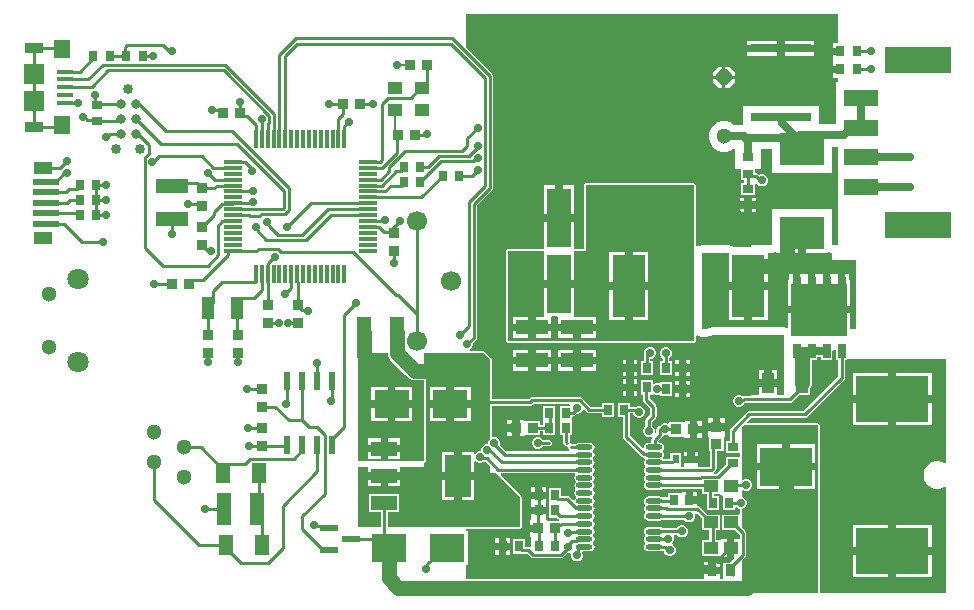
<source format=gtl>
G04*
G04 #@! TF.GenerationSoftware,Altium Limited,Altium Designer,21.5.1 (32)*
G04*
G04 Layer_Physical_Order=1*
G04 Layer_Color=255*
%FSLAX25Y25*%
%MOIN*%
G70*
G04*
G04 #@! TF.SameCoordinates,FA076E1F-1FF3-4579-943B-07A78E15B8C1*
G04*
G04*
G04 #@! TF.FilePolarity,Positive*
G04*
G01*
G75*
%ADD10C,0.01000*%
%ADD13C,0.00800*%
%ADD19R,0.06300X0.01200*%
%ADD20R,0.01200X0.06300*%
%ADD21R,0.03772X0.03591*%
%ADD22R,0.02362X0.03150*%
%ADD23R,0.02985X0.03197*%
%ADD24R,0.07874X0.19685*%
%ADD25R,0.20276X0.02756*%
%ADD26O,0.05512X0.01772*%
%ADD27R,0.09449X0.25433*%
%ADD28R,0.04560X0.03985*%
%ADD29R,0.05118X0.10630*%
%ADD30R,0.02756X0.03543*%
%ADD31R,0.11024X0.20866*%
%ADD32R,0.03543X0.02756*%
%ADD33R,0.11811X0.05512*%
%ADD34R,0.22047X0.08661*%
%ADD35R,0.03150X0.03937*%
%ADD36R,0.03937X0.06693*%
%ADD37R,0.15000X0.11000*%
%ADD38R,0.05118X0.04134*%
%ADD39R,0.04331X0.07480*%
%ADD40R,0.08583X0.02362*%
%ADD41R,0.06221X0.04173*%
%ADD42R,0.03591X0.03772*%
%ADD43R,0.10630X0.05118*%
%ADD44R,0.02362X0.06102*%
%ADD45R,0.04921X0.07087*%
%ADD46R,0.05906X0.02362*%
%ADD47R,0.05400X0.01600*%
%ADD48R,0.05600X0.06300*%
%ADD49R,0.07100X0.07100*%
%ADD50R,0.08700X0.14200*%
%ADD51R,0.08800X0.04800*%
%ADD52R,0.11614X0.09252*%
%ADD53R,0.17323X0.12992*%
%ADD54R,0.24410X0.15354*%
%ADD55R,0.02559X0.04724*%
%ADD56R,0.02756X0.04724*%
%ADD92C,0.03347*%
%ADD96C,0.03150*%
%ADD97R,0.18504X0.17717*%
%ADD98C,0.05000*%
%ADD99C,0.02500*%
%ADD100C,0.06693*%
%ADD101P,0.05540X8X112.5*%
%ADD102C,0.05118*%
%ADD103C,0.07087*%
G04:AMPARAMS|DCode=104|XSize=35.43mil|YSize=62.99mil|CornerRadius=8.86mil|HoleSize=0mil|Usage=FLASHONLY|Rotation=270.000|XOffset=0mil|YOffset=0mil|HoleType=Round|Shape=RoundedRectangle|*
%AMROUNDEDRECTD104*
21,1,0.03543,0.04528,0,0,270.0*
21,1,0.01772,0.06299,0,0,270.0*
1,1,0.01772,-0.02264,-0.00886*
1,1,0.01772,-0.02264,0.00886*
1,1,0.01772,0.02264,0.00886*
1,1,0.01772,0.02264,-0.00886*
%
%ADD104ROUNDEDRECTD104*%
%ADD105C,0.02800*%
G36*
X245000Y197000D02*
X274000Y197000D01*
Y187272D01*
X272366D01*
Y185750D01*
X274744D01*
Y183250D01*
X272366D01*
Y181728D01*
X272366D01*
Y181272D01*
X272366D01*
Y179750D01*
X274744D01*
Y177250D01*
X272366D01*
Y175728D01*
X274000D01*
Y174153D01*
X273287D01*
Y163642D01*
Y160332D01*
X267638D01*
Y166362D01*
X242362D01*
Y159940D01*
X239372D01*
X239106Y160206D01*
X237953Y160872D01*
X236666Y161216D01*
X235334D01*
X234047Y160872D01*
X232894Y160206D01*
X231952Y159264D01*
X231286Y158110D01*
X230941Y156824D01*
Y155491D01*
X231286Y154205D01*
X231952Y153051D01*
X232894Y152109D01*
X234047Y151443D01*
X235334Y151098D01*
X236666D01*
X237953Y151443D01*
X239106Y152109D01*
X239228Y152231D01*
X239728Y152028D01*
Y145378D01*
X241628D01*
Y141766D01*
X242879D01*
Y140734D01*
X241628D01*
Y136778D01*
X246372D01*
Y140352D01*
X246872Y140452D01*
X246907Y140367D01*
X247469Y139804D01*
X248204Y139500D01*
X249000D01*
X249735Y139804D01*
X250298Y140367D01*
X250602Y141102D01*
Y141898D01*
X250298Y142633D01*
X249735Y143195D01*
X249000Y143500D01*
X248204D01*
X247849Y143353D01*
X247542Y143659D01*
X247178Y143902D01*
X246749Y143988D01*
X246372Y144291D01*
Y145378D01*
X248272D01*
Y151875D01*
X252000D01*
Y144049D01*
X272000D01*
Y152767D01*
X274000D01*
Y120000D01*
X272251D01*
X272000Y120050D01*
Y131951D01*
X252000D01*
Y121279D01*
X251957Y120951D01*
Y120050D01*
X251706Y120000D01*
X250606D01*
X245000D01*
Y119232D01*
X239399D01*
X239385Y119253D01*
X238558Y119806D01*
X237583Y120000D01*
X228549D01*
X227573Y119806D01*
X227149Y119523D01*
X226649Y119790D01*
Y120000D01*
Y140000D01*
X226459Y140459D01*
X226000Y140649D01*
X190000D01*
X189541Y140459D01*
X189351Y140000D01*
Y120000D01*
Y118649D01*
X186372D01*
X185937Y118930D01*
Y120000D01*
Y127750D01*
X181000D01*
X176063D01*
Y120000D01*
Y118930D01*
X175628Y118649D01*
X164000D01*
X163541Y118459D01*
X163351Y118000D01*
Y88000D01*
X163541Y87541D01*
X164000Y87351D01*
X226000D01*
X226459Y87541D01*
X226649Y88000D01*
Y89661D01*
X227149Y89928D01*
X227573Y89645D01*
X228549Y89451D01*
X230493D01*
X230740Y89500D01*
X230991D01*
X231223Y89596D01*
X231469Y89645D01*
X231678Y89784D01*
X231909Y89881D01*
X232000Y89941D01*
Y90000D01*
X255965D01*
Y87067D01*
X256000D01*
Y70000D01*
X253760D01*
Y72750D01*
X250791D01*
X247823D01*
Y70000D01*
X245000D01*
Y69622D01*
X242732D01*
X242732Y69622D01*
X242303Y69536D01*
X242297Y69532D01*
X242133Y69696D01*
X241398Y70000D01*
X240602D01*
X239867Y69696D01*
X239672Y69500D01*
D01*
X239304Y69133D01*
X239000Y68398D01*
Y67602D01*
X239304Y66867D01*
X239867Y66304D01*
X240602Y66000D01*
X241398D01*
X242133Y66304D01*
X242695Y66867D01*
X242867Y67281D01*
X243006Y67308D01*
X243111Y67378D01*
X258000D01*
X258000Y67378D01*
X258429Y67464D01*
X258793Y67707D01*
X261140Y70053D01*
X264777D01*
Y72255D01*
X264916Y72437D01*
X265229Y73191D01*
X265335Y74000D01*
Y81683D01*
X267116D01*
Y82759D01*
X268357D01*
Y81683D01*
X272116D01*
Y82000D01*
Y84612D01*
X272123Y84646D01*
X272457Y85000D01*
X273357D01*
Y82000D01*
Y81683D01*
X274115D01*
Y76201D01*
X268462Y70548D01*
X262535Y64622D01*
X244500D01*
X244500Y64622D01*
X244071Y64536D01*
X243707Y64293D01*
X243707Y64293D01*
X238213Y58799D01*
X237970Y58436D01*
X237885Y58007D01*
X237885Y58006D01*
Y54734D01*
X236628D01*
Y50778D01*
X241351D01*
Y49222D01*
X236628D01*
Y46852D01*
X233490Y43714D01*
X232869D01*
X232715Y44184D01*
X232714Y44214D01*
X233293Y44793D01*
X233293Y44793D01*
X233536Y45157D01*
X233622Y45586D01*
Y51152D01*
X235895D01*
Y55976D01*
X235895Y56124D01*
X236250Y56476D01*
X236296D01*
Y58112D01*
X233500D01*
Y59362D01*
D01*
Y58112D01*
X230704D01*
Y56476D01*
X230750D01*
X231104Y56124D01*
X231104Y55976D01*
Y51152D01*
X231379D01*
Y46122D01*
X227240D01*
Y47250D01*
X225059D01*
X222878D01*
Y46122D01*
X222138D01*
X221722Y46325D01*
Y50675D01*
X218160D01*
Y48622D01*
X215981D01*
X215930Y48681D01*
X215759Y49122D01*
X215998Y49479D01*
X216113Y50059D01*
X215998Y50639D01*
X215670Y51130D01*
Y51547D01*
X215998Y52038D01*
X216113Y52618D01*
X215998Y53198D01*
X215670Y53689D01*
X215178Y54018D01*
X214598Y54133D01*
X214233D01*
X214101Y54633D01*
X215449Y55981D01*
X215449Y55981D01*
X215692Y56344D01*
X216035Y56528D01*
X216102Y56500D01*
X216898D01*
X217152Y56605D01*
X217652Y56271D01*
Y56104D01*
X222476D01*
X222624Y56104D01*
X222976Y55750D01*
Y55704D01*
X224612D01*
Y58500D01*
Y61295D01*
X222976D01*
Y61250D01*
X222624Y60896D01*
X222476Y60896D01*
X217652D01*
Y60729D01*
X217152Y60395D01*
X216898Y60500D01*
X216102D01*
X215367Y60195D01*
X214805Y59633D01*
X214800Y59622D01*
X214610D01*
X214610Y59622D01*
X214180Y59536D01*
X213816Y59293D01*
X213573Y58929D01*
X213488Y58500D01*
X213534Y58268D01*
Y57431D01*
X213447Y57374D01*
X213213Y57493D01*
X213000Y57681D01*
Y58398D01*
X212696Y59133D01*
X212133Y59696D01*
X212060Y59726D01*
Y60935D01*
X213293Y62168D01*
X213293Y62168D01*
X213536Y62532D01*
X213622Y62961D01*
X213621Y62961D01*
Y66035D01*
X213622Y66035D01*
X213536Y66465D01*
X213293Y66829D01*
X213293Y66829D01*
X211249Y68872D01*
Y70128D01*
X212234D01*
X212234Y70128D01*
Y70128D01*
X212734Y70208D01*
X213236Y70000D01*
X214032D01*
X214350Y70132D01*
X214766Y69854D01*
Y69628D01*
X218722D01*
Y74372D01*
X214766D01*
Y74146D01*
X214350Y73868D01*
X214032Y74000D01*
X213236D01*
X212734Y73792D01*
X212234Y74082D01*
Y74872D01*
X208278D01*
Y70128D01*
X209006D01*
Y68408D01*
X209006Y68408D01*
X209092Y67978D01*
X209335Y67615D01*
X211379Y65571D01*
Y63426D01*
X210146Y62193D01*
X209903Y61829D01*
X209817Y61400D01*
X209817Y61400D01*
Y59646D01*
X209304Y59133D01*
X209000Y58398D01*
Y57602D01*
X209304Y56867D01*
X209867Y56305D01*
X210602Y56000D01*
X211398D01*
X211735Y56139D01*
X211953Y55930D01*
X212046Y55727D01*
X211850Y55433D01*
X211764Y55004D01*
X211764Y55004D01*
Y54133D01*
X210858D01*
X210279Y54018D01*
X209787Y53689D01*
X209459Y53198D01*
X209343Y52618D01*
X209385Y52408D01*
X208924Y52162D01*
X204574Y56512D01*
Y62628D01*
X204734D01*
Y63878D01*
X205732D01*
Y63870D01*
X206037Y63135D01*
X206599Y62572D01*
X207334Y62268D01*
X208130D01*
X208865Y62572D01*
X209428Y63135D01*
X209732Y63870D01*
Y64666D01*
X209428Y65401D01*
X208865Y65963D01*
X208130Y66268D01*
X207334D01*
X206829Y66059D01*
X206513Y66122D01*
X206513Y66122D01*
X204734D01*
Y67372D01*
X200778D01*
Y62628D01*
X202331D01*
Y56047D01*
X202331Y56047D01*
X202417Y55618D01*
X202660Y55254D01*
X208500Y49414D01*
X208500Y49414D01*
X208864Y49171D01*
X209293Y49085D01*
X209293Y49085D01*
X209337D01*
X209729Y48615D01*
X209702Y48443D01*
X209459Y48080D01*
X209343Y47500D01*
X209459Y46920D01*
X209787Y46429D01*
Y46012D01*
X209459Y45521D01*
X209343Y44941D01*
X209459Y44361D01*
X209702Y43997D01*
X209754Y43661D01*
X209702Y43325D01*
X209459Y42962D01*
X209343Y42382D01*
X209459Y41802D01*
X209787Y41311D01*
Y40894D01*
X209459Y40403D01*
X209343Y39823D01*
X209459Y39243D01*
X209787Y38752D01*
X210279Y38423D01*
X210858Y38308D01*
X214598D01*
X215178Y38423D01*
X215594Y38701D01*
X228864D01*
Y36908D01*
X230379D01*
Y36372D01*
X230266D01*
Y31628D01*
X234222D01*
Y36372D01*
X232622D01*
Y36908D01*
X234624D01*
X234976Y36553D01*
Y36508D01*
X235334D01*
X235778Y36372D01*
Y31628D01*
X239734D01*
Y32278D01*
X240234Y32485D01*
X240414Y32304D01*
X241149Y32000D01*
X241351D01*
Y30503D01*
X241136Y30092D01*
X235376D01*
Y24908D01*
X239762D01*
X241243Y23427D01*
Y21992D01*
X239506D01*
Y19000D01*
Y15636D01*
X239543Y15546D01*
X238160Y14162D01*
X238097Y14069D01*
X235778D01*
Y8931D01*
X235338Y8787D01*
X234622D01*
Y10250D01*
X232047D01*
X229472D01*
Y8787D01*
X150000D01*
Y13374D01*
X150551D01*
Y24626D01*
X150000D01*
Y25351D01*
X168000D01*
X168459Y25541D01*
X168649Y26000D01*
Y36000D01*
X168459Y36459D01*
X161561Y43358D01*
X161752Y43819D01*
X186248D01*
X186299Y43760D01*
X186469Y43319D01*
X186230Y42962D01*
X186115Y42382D01*
X186230Y41802D01*
X186559Y41311D01*
Y40894D01*
X186230Y40403D01*
X186115Y39823D01*
X186230Y39243D01*
X186473Y38879D01*
X186526Y38543D01*
X186473Y38207D01*
X186230Y37843D01*
X186115Y37264D01*
X186230Y36684D01*
X186559Y36193D01*
Y35776D01*
X186230Y35285D01*
X186202Y35143D01*
X185660Y34978D01*
X184616Y36021D01*
X184253Y36265D01*
X183823Y36350D01*
X183823Y36350D01*
X181734D01*
Y38872D01*
X177778D01*
Y34372D01*
X177778Y34128D01*
X177778D01*
Y33872D01*
X177778D01*
Y29128D01*
X180345D01*
X180679Y28794D01*
X180679Y28793D01*
X180884Y28657D01*
X180998Y28166D01*
X180985Y28052D01*
X180828Y27896D01*
X177524D01*
X177376Y27896D01*
X177024Y28250D01*
Y28295D01*
X176784D01*
X176622Y28728D01*
X176622Y28795D01*
Y30250D01*
X174244D01*
X171866D01*
Y28795D01*
X171866Y28728D01*
X171704Y28295D01*
X171252D01*
Y26750D01*
X174138D01*
Y24250D01*
X171252D01*
Y22704D01*
X171704D01*
X171866Y22272D01*
X171866Y22205D01*
Y19447D01*
X171366Y19180D01*
X171240Y19264D01*
X170810Y19350D01*
X170810Y19350D01*
X169734D01*
Y21872D01*
X165778D01*
Y17128D01*
X168526D01*
X168634Y17107D01*
X170346D01*
X171617Y15835D01*
X171617Y15835D01*
X171981Y15592D01*
X172411Y15507D01*
X172411Y15507D01*
X181589D01*
X181589Y15507D01*
X182019Y15592D01*
X182383Y15835D01*
X183823Y17276D01*
X184398D01*
X184667Y17387D01*
X185050Y17005D01*
X185000Y16885D01*
Y16089D01*
X185304Y15354D01*
X185867Y14792D01*
X186602Y14487D01*
X187398D01*
X188133Y14792D01*
X188696Y15354D01*
X189000Y16089D01*
Y16885D01*
X188813Y17335D01*
X189133Y17835D01*
X191370D01*
X191950Y17951D01*
X192441Y18279D01*
X192770Y18771D01*
X192885Y19350D01*
X192770Y19930D01*
X192441Y20422D01*
Y20838D01*
X192770Y21330D01*
X192885Y21910D01*
X192770Y22489D01*
X192527Y22853D01*
X192474Y23189D01*
X192527Y23525D01*
X192770Y23889D01*
X192885Y24468D01*
X192770Y25048D01*
X192441Y25540D01*
Y25956D01*
X192770Y26448D01*
X192885Y27028D01*
X192770Y27607D01*
X192527Y27971D01*
X192474Y28307D01*
X192527Y28643D01*
X192770Y29007D01*
X192885Y29587D01*
X192770Y30166D01*
X192441Y30658D01*
Y31075D01*
X192770Y31566D01*
X192885Y32146D01*
X192770Y32725D01*
X192527Y33089D01*
X192474Y33425D01*
X192527Y33761D01*
X192770Y34125D01*
X192885Y34705D01*
X192770Y35285D01*
X192441Y35776D01*
Y36193D01*
X192770Y36684D01*
X192885Y37264D01*
X192770Y37843D01*
X192527Y38207D01*
X192474Y38543D01*
X192527Y38879D01*
X192770Y39243D01*
X192885Y39823D01*
X192770Y40403D01*
X192441Y40894D01*
Y41311D01*
X192770Y41802D01*
X192885Y42382D01*
X192770Y42962D01*
X192527Y43325D01*
X192474Y43661D01*
X192527Y43997D01*
X192770Y44361D01*
X192885Y44941D01*
X192770Y45521D01*
X192441Y46012D01*
Y46429D01*
X192770Y46920D01*
X192885Y47500D01*
X192770Y48080D01*
X192527Y48443D01*
X192474Y48779D01*
X192527Y49116D01*
X192770Y49479D01*
X192885Y50059D01*
X192770Y50639D01*
X192441Y51130D01*
Y51547D01*
X192770Y52038D01*
X192885Y52618D01*
X192770Y53198D01*
X192441Y53689D01*
X191950Y54018D01*
X191370Y54133D01*
X187630D01*
X187050Y54018D01*
X186634Y53740D01*
X185336D01*
X184877Y54000D01*
X184792Y54429D01*
X184627Y54676D01*
Y56628D01*
X185234D01*
Y61372D01*
X185234D01*
X185234Y61628D01*
X185234D01*
Y62556D01*
X185583Y62878D01*
X186012Y62964D01*
X186376Y63207D01*
X186824Y63656D01*
X187398D01*
X188133Y63960D01*
X188696Y64523D01*
X188895Y65003D01*
X189462Y65143D01*
X190398Y64207D01*
X190398Y64207D01*
X190762Y63964D01*
X191191Y63878D01*
X191191Y63878D01*
X195266D01*
Y62628D01*
X199222D01*
Y67372D01*
X195266D01*
Y66122D01*
X191656D01*
X189777Y68000D01*
X189370Y68408D01*
X188829Y68949D01*
X188465Y69192D01*
X188036Y69277D01*
X188036Y69277D01*
X172089D01*
X171660Y69192D01*
X171296Y68949D01*
X171296Y68949D01*
X170969Y68622D01*
X158649D01*
Y82000D01*
X158459Y82459D01*
X156459Y84459D01*
X156000Y84649D01*
X151358D01*
X151259Y85149D01*
X151633Y85304D01*
X152196Y85867D01*
X152500Y86602D01*
Y87398D01*
X152495Y87409D01*
X153393Y88307D01*
X153393Y88307D01*
X153636Y88671D01*
X153722Y89100D01*
X153722Y89100D01*
Y133135D01*
X158793Y138207D01*
X158793Y138207D01*
X159036Y138571D01*
X159122Y139000D01*
Y176263D01*
X159122Y176263D01*
X159036Y176692D01*
X158793Y177056D01*
X158793Y177056D01*
X150000Y185849D01*
Y197000D01*
X245000D01*
Y197000D01*
D02*
G37*
G36*
X263250Y117451D02*
X270500D01*
Y117465D01*
X270941Y117701D01*
X271024Y117645D01*
X272000Y117451D01*
Y115000D01*
X280000D01*
Y92000D01*
X277969D01*
Y97175D01*
X267717D01*
X257465D01*
Y92535D01*
X257024Y92299D01*
X256940Y92355D01*
X255965Y92549D01*
X232000D01*
X231025Y92355D01*
X230493Y92000D01*
X228549D01*
Y117451D01*
X237583D01*
Y107549D01*
X244094D01*
X250606D01*
Y117451D01*
X251957D01*
X252932Y117645D01*
X253059Y117730D01*
X253500Y117494D01*
Y117451D01*
X260750D01*
Y123951D01*
X263250D01*
Y117451D01*
D02*
G37*
G36*
X226000Y117451D02*
Y92000D01*
Y88000D01*
X164000D01*
Y118000D01*
X175628D01*
X176063Y117842D01*
X176063Y117500D01*
Y108250D01*
X181000D01*
X185937D01*
Y117500D01*
X185937Y117842D01*
X186372Y118000D01*
X190000D01*
Y140000D01*
X226000D01*
Y117451D01*
D02*
G37*
G36*
X184804Y66534D02*
X184713Y66372D01*
X181278D01*
Y61628D01*
X181278D01*
X181278Y61372D01*
X181278D01*
Y56628D01*
X182384D01*
Y54250D01*
X182384Y54250D01*
X182470Y53821D01*
X182713Y53457D01*
X182963Y53207D01*
X183327Y52964D01*
X183513Y52927D01*
X183906Y52618D01*
X183991Y52189D01*
X184234Y51825D01*
X184451Y51681D01*
X184299Y51181D01*
X163406D01*
X161349Y53237D01*
X161500Y53602D01*
Y54398D01*
X161196Y55133D01*
X160633Y55695D01*
X159898Y56000D01*
X159102D01*
X159065Y55985D01*
X158649Y56262D01*
Y66378D01*
X171433D01*
X171433Y66378D01*
X171863Y66464D01*
X172227Y66707D01*
X172554Y67034D01*
X184512D01*
X184804Y66534D01*
D02*
G37*
G36*
X310000Y47441D02*
X309500Y47153D01*
X308838Y47535D01*
X307684Y47844D01*
X306489D01*
X305335Y47535D01*
X304301Y46938D01*
X303456Y46093D01*
X302859Y45058D01*
X302550Y43904D01*
Y42710D01*
X302859Y41556D01*
X303456Y40521D01*
X304301Y39677D01*
X305335Y39079D01*
X306489Y38770D01*
X307684D01*
X308838Y39079D01*
X309500Y39462D01*
X310000Y39173D01*
Y4000D01*
X268000D01*
Y60000D01*
X267810Y60459D01*
X267351Y60649D01*
X243889D01*
X243698Y61111D01*
X244965Y62378D01*
X263000D01*
X263000Y62378D01*
X263429Y62464D01*
X263793Y62707D01*
X268537Y67451D01*
X271140Y70053D01*
X274538Y73452D01*
X276029Y74943D01*
X276029Y74943D01*
X276272Y75307D01*
X276358Y75736D01*
Y81683D01*
X277116D01*
Y82000D01*
X310000D01*
Y47441D01*
D02*
G37*
G36*
X158000Y82000D02*
Y55328D01*
X157805Y55133D01*
X157500Y54398D01*
Y54058D01*
X157494Y53602D01*
X157038Y53596D01*
X156698D01*
X155963Y53291D01*
X155400Y52729D01*
X155096Y51994D01*
Y51654D01*
X155090Y51198D01*
X154634Y51192D01*
X154294D01*
X153559Y50887D01*
X153150Y50478D01*
X152650Y50686D01*
Y51100D01*
X148550D01*
Y44250D01*
X152650D01*
Y47698D01*
X153150Y47905D01*
X153559Y47496D01*
X154294Y47192D01*
X155089D01*
X155825Y47496D01*
X156088Y47759D01*
X156416D01*
X158000Y46176D01*
Y44000D01*
X160000D01*
X168000Y36000D01*
Y26000D01*
X123922D01*
Y30900D01*
X127800D01*
Y36900D01*
X117800D01*
Y30900D01*
X121678D01*
Y26000D01*
X114000D01*
Y46000D01*
X117400D01*
Y44250D01*
X122800D01*
X128200D01*
Y46000D01*
X136000D01*
Y47351D01*
X136459Y47541D01*
X136649Y48000D01*
Y74973D01*
X136569Y75166D01*
X136515Y75368D01*
X136476Y75391D01*
X136459Y75432D01*
X136266Y75512D01*
X136259Y75516D01*
X136195Y75580D01*
X136000Y75661D01*
Y84000D01*
X156000D01*
X158000Y82000D01*
D02*
G37*
G36*
X123944Y83929D02*
X123997Y83525D01*
X124051Y83120D01*
X124363Y82366D01*
X124860Y81718D01*
X130789Y75789D01*
X131437Y75292D01*
X132191Y74980D01*
X133000Y74873D01*
X133000Y74873D01*
X135988D01*
X136000Y74844D01*
Y48129D01*
X135962Y48038D01*
X135871Y48000D01*
X114000D01*
Y84000D01*
X123452D01*
X123944Y83929D01*
D02*
G37*
G36*
X267351Y4000D02*
X242000D01*
Y14830D01*
X243157Y15988D01*
X243157Y15988D01*
X243401Y16351D01*
X243486Y16781D01*
Y23891D01*
X243486Y23892D01*
X243401Y24321D01*
X243157Y24685D01*
X242000Y25842D01*
Y32023D01*
X242680Y32304D01*
X243243Y32867D01*
X243547Y33602D01*
Y34398D01*
X243243Y35133D01*
X242680Y35695D01*
X242000Y35977D01*
Y38018D01*
X242500Y38249D01*
X243102Y38000D01*
X243898D01*
X244633Y38304D01*
X245196Y38867D01*
X245500Y39602D01*
Y40398D01*
X245196Y41133D01*
X244633Y41695D01*
X243898Y42000D01*
X243102D01*
X242500Y41751D01*
X242000Y41982D01*
Y59414D01*
X242586Y60000D01*
X267351D01*
Y4000D01*
D02*
G37*
%LPC*%
G36*
X266138Y187894D02*
X256250D01*
Y186766D01*
X266138D01*
Y187894D01*
D02*
G37*
G36*
X253750D02*
X243862D01*
Y186766D01*
X253750D01*
Y187894D01*
D02*
G37*
G36*
X266138Y184266D02*
X256250D01*
Y183138D01*
X266138D01*
Y184266D01*
D02*
G37*
G36*
X253750D02*
X243862D01*
Y183138D01*
X253750D01*
Y184266D01*
D02*
G37*
G36*
X237779Y179402D02*
X236500D01*
Y176342D01*
X239559D01*
Y177622D01*
X237779Y179402D01*
D02*
G37*
G36*
X235500D02*
X234221D01*
X232441Y177622D01*
Y176342D01*
X235500D01*
Y179402D01*
D02*
G37*
G36*
X239559Y175343D02*
X236500D01*
Y172283D01*
X237779D01*
X239559Y174063D01*
Y175343D01*
D02*
G37*
G36*
X235500D02*
X232441D01*
Y174063D01*
X234221Y172283D01*
X235500D01*
Y175343D01*
D02*
G37*
G36*
X246772Y135622D02*
X245250D01*
Y134494D01*
X246772D01*
Y135622D01*
D02*
G37*
G36*
X242750D02*
X241228D01*
Y134494D01*
X242750D01*
Y135622D01*
D02*
G37*
G36*
X246772Y131994D02*
X245250D01*
Y130866D01*
X246772D01*
Y131994D01*
D02*
G37*
G36*
X242750D02*
X241228D01*
Y130866D01*
X242750D01*
Y131994D01*
D02*
G37*
G36*
X185937Y139842D02*
X182250D01*
Y130250D01*
X185937D01*
Y139842D01*
D02*
G37*
G36*
X179750D02*
X176063D01*
Y130250D01*
X179750D01*
Y139842D01*
D02*
G37*
G36*
X193315Y85047D02*
X188250D01*
Y82738D01*
X193315D01*
Y85047D01*
D02*
G37*
G36*
X178315D02*
X173250D01*
Y82738D01*
X178315D01*
Y83486D01*
Y85047D01*
D02*
G37*
G36*
X185750D02*
X180685D01*
Y82738D01*
X185750D01*
Y83391D01*
Y85047D01*
D02*
G37*
G36*
X170750D02*
X165685D01*
Y82738D01*
X170750D01*
Y85047D01*
D02*
G37*
G36*
X207122Y81772D02*
X205994D01*
Y80250D01*
X207122D01*
Y81772D01*
D02*
G37*
G36*
X224634D02*
X223506D01*
Y80250D01*
X224634D01*
Y81772D01*
D02*
G37*
G36*
X221006D02*
X219878D01*
Y80250D01*
X221006D01*
Y81772D01*
D02*
G37*
G36*
X203494D02*
X202366D01*
Y80250D01*
X203494D01*
Y81772D01*
D02*
G37*
G36*
X193315Y80238D02*
X188250D01*
Y77929D01*
X193315D01*
Y80238D01*
D02*
G37*
G36*
X185750D02*
X180685D01*
Y77929D01*
X185750D01*
Y80238D01*
D02*
G37*
G36*
X178315D02*
X173250D01*
Y77929D01*
X178315D01*
Y80238D01*
D02*
G37*
G36*
X170750D02*
X165685D01*
Y77929D01*
X170750D01*
Y80238D01*
D02*
G37*
G36*
X217073Y85825D02*
X216278D01*
X215543Y85520D01*
X214980Y84957D01*
X214675Y84222D01*
Y83427D01*
X214980Y82692D01*
X215543Y82129D01*
X215588Y82110D01*
Y81372D01*
X214766D01*
Y76628D01*
X218722D01*
Y81372D01*
X217831D01*
Y82152D01*
X218371Y82692D01*
X218675Y83427D01*
Y84222D01*
X218371Y84957D01*
X217808Y85520D01*
X217073Y85825D01*
D02*
G37*
G36*
X211898Y86013D02*
X211102D01*
X210367Y85708D01*
X209805Y85146D01*
X209500Y84411D01*
Y84057D01*
X209342Y83820D01*
X209256Y83391D01*
Y81372D01*
X208278D01*
Y76628D01*
X212234D01*
Y81372D01*
X211500D01*
Y82013D01*
X211898D01*
X212633Y82317D01*
X213195Y82880D01*
X213500Y83615D01*
Y84411D01*
X213195Y85146D01*
X212633Y85708D01*
X211898Y86013D01*
D02*
G37*
G36*
X224634Y77750D02*
X223506D01*
Y76228D01*
X224634D01*
Y77750D01*
D02*
G37*
G36*
X221006D02*
X219878D01*
Y76228D01*
X221006D01*
Y77750D01*
D02*
G37*
G36*
X207122D02*
X205994D01*
Y76228D01*
X207122D01*
Y77750D01*
D02*
G37*
G36*
X203494D02*
X202366D01*
Y76228D01*
X203494D01*
Y77750D01*
D02*
G37*
G36*
X253760Y78347D02*
X252041D01*
Y75250D01*
X253760D01*
Y78347D01*
D02*
G37*
G36*
X249541D02*
X247823D01*
Y75250D01*
X249541D01*
Y78347D01*
D02*
G37*
G36*
X207122Y75272D02*
X205994D01*
Y73750D01*
X207122D01*
Y75272D01*
D02*
G37*
G36*
X203494D02*
X202366D01*
Y73750D01*
X203494D01*
Y75272D01*
D02*
G37*
G36*
X224634Y74772D02*
X223506D01*
Y73250D01*
X224634D01*
Y74772D01*
D02*
G37*
G36*
X221006D02*
X219878D01*
Y73250D01*
X221006D01*
Y74772D01*
D02*
G37*
G36*
X207122Y71250D02*
X205994D01*
Y69728D01*
X207122D01*
Y71250D01*
D02*
G37*
G36*
X203494D02*
X202366D01*
Y69728D01*
X203494D01*
Y71250D01*
D02*
G37*
G36*
X224634Y70750D02*
X223506D01*
Y69228D01*
X224634D01*
Y70750D01*
D02*
G37*
G36*
X221006D02*
X219878D01*
Y69228D01*
X221006D01*
Y70750D01*
D02*
G37*
G36*
X236296Y62248D02*
X234750D01*
Y60612D01*
X236296D01*
Y62248D01*
D02*
G37*
G36*
X232250D02*
X230704D01*
Y60612D01*
X232250D01*
Y62248D01*
D02*
G37*
G36*
X228748Y61295D02*
X227112D01*
Y59750D01*
X228748D01*
Y61295D01*
D02*
G37*
G36*
Y57250D02*
X227112D01*
Y55704D01*
X228748D01*
Y57250D01*
D02*
G37*
G36*
X227240Y51075D02*
X226309D01*
Y49750D01*
X227240D01*
Y51075D01*
D02*
G37*
G36*
X223809D02*
X222878D01*
Y49750D01*
X223809D01*
Y51075D01*
D02*
G37*
G36*
X176622Y39272D02*
X175494D01*
Y37750D01*
X176622D01*
Y39272D01*
D02*
G37*
G36*
X172994D02*
X171866D01*
Y37750D01*
X172994D01*
Y39272D01*
D02*
G37*
G36*
X226961Y37599D02*
X225718D01*
Y36250D01*
X226961D01*
Y37599D01*
D02*
G37*
G36*
X223218D02*
X221976D01*
Y37553D01*
X221624Y37199D01*
X217439D01*
Y35826D01*
X215594D01*
X215178Y36104D01*
X214598Y36220D01*
X210858D01*
X210279Y36104D01*
X209787Y35776D01*
X209459Y35285D01*
X209343Y34705D01*
X209459Y34125D01*
X209702Y33761D01*
X209754Y33425D01*
X209702Y33089D01*
X209459Y32725D01*
X209343Y32146D01*
X209459Y31566D01*
X209787Y31075D01*
Y30658D01*
X209459Y30166D01*
X209343Y29587D01*
X209459Y29007D01*
X209787Y28515D01*
X210279Y28187D01*
X210858Y28072D01*
X214598D01*
X215178Y28187D01*
X215594Y28465D01*
X220611D01*
X220613Y28464D01*
X221042Y28378D01*
X221042Y28378D01*
X222800D01*
X222804Y28367D01*
X223367Y27804D01*
X224102Y27500D01*
X224898D01*
X225633Y27804D01*
X226196Y28367D01*
X226500Y29102D01*
Y29898D01*
X226443Y30036D01*
X226759Y30573D01*
X227022Y30604D01*
X228864Y28762D01*
Y24908D01*
X231123D01*
Y21592D01*
X228864D01*
Y16408D01*
X234476D01*
X234624Y16408D01*
X234976Y16053D01*
Y16008D01*
X237006D01*
Y19000D01*
Y21992D01*
X234976D01*
Y21947D01*
X234624Y21592D01*
X234476Y21592D01*
X233366D01*
Y24908D01*
X234624D01*
Y30092D01*
X230706D01*
X228006Y32793D01*
X227642Y33036D01*
X227213Y33122D01*
X226961Y33509D01*
Y33750D01*
X224468D01*
Y35000D01*
X223218D01*
Y37599D01*
D02*
G37*
G36*
X176622Y35250D02*
X174244D01*
X171866D01*
Y33728D01*
Y32750D01*
X174244D01*
X176622D01*
Y33728D01*
Y35250D01*
D02*
G37*
G36*
X222398Y26500D02*
X221602D01*
X220867Y26195D01*
X220304Y25633D01*
X220300Y25622D01*
X215547D01*
X215178Y25868D01*
X214598Y25983D01*
X210858D01*
X210279Y25868D01*
X209787Y25540D01*
X209459Y25048D01*
X209343Y24468D01*
X209459Y23889D01*
X209702Y23525D01*
X209754Y23189D01*
X209702Y22853D01*
X209459Y22489D01*
X209343Y21910D01*
X209459Y21330D01*
X209787Y20838D01*
Y20422D01*
X209459Y19930D01*
X209343Y19350D01*
X209459Y18771D01*
X209787Y18279D01*
X210279Y17951D01*
X210858Y17835D01*
X214598D01*
X215178Y17951D01*
X215373Y18081D01*
X215889D01*
Y17803D01*
X216193Y17068D01*
X216756Y16505D01*
X217491Y16201D01*
X218286D01*
X219021Y16505D01*
X219584Y17068D01*
X219888Y17803D01*
Y18598D01*
X219584Y19333D01*
X219021Y19896D01*
X218958Y19922D01*
X218841Y20512D01*
X219150Y20822D01*
X219455Y21557D01*
Y22353D01*
X219237Y22878D01*
X219513Y23379D01*
X220300D01*
X220304Y23367D01*
X220867Y22805D01*
X221602Y22500D01*
X222398D01*
X223133Y22805D01*
X223695Y23367D01*
X224000Y24102D01*
Y24898D01*
X223695Y25633D01*
X223133Y26195D01*
X222398Y26500D01*
D02*
G37*
G36*
X164622Y22272D02*
X163494D01*
Y20750D01*
X164622D01*
Y22272D01*
D02*
G37*
G36*
X160994D02*
X159866D01*
Y20750D01*
X160994D01*
Y22272D01*
D02*
G37*
G36*
X164622Y18250D02*
X163494D01*
Y16728D01*
X164622D01*
Y18250D01*
D02*
G37*
G36*
X160994D02*
X159866D01*
Y16728D01*
X160994D01*
Y18250D01*
D02*
G37*
G36*
X234622Y14469D02*
X233297D01*
Y12750D01*
X234622D01*
Y14469D01*
D02*
G37*
G36*
X230797D02*
X229472D01*
Y12750D01*
X230797D01*
Y14469D01*
D02*
G37*
G36*
X272614Y110252D02*
Y110252D01*
X271486D01*
Y106890D01*
X268986D01*
Y110252D01*
X267858D01*
Y110252D01*
X267614D01*
Y110252D01*
X266486D01*
Y106890D01*
X263986D01*
Y110252D01*
X262858D01*
Y110252D01*
X262614D01*
Y110252D01*
X261486D01*
Y106890D01*
X258986D01*
Y110252D01*
X257858D01*
Y108283D01*
X257465D01*
Y99675D01*
X267717D01*
X277969D01*
Y108283D01*
X277614D01*
Y110252D01*
X276486D01*
Y106890D01*
X273986D01*
Y110252D01*
X272858D01*
Y110252D01*
X272614D01*
D02*
G37*
G36*
X250606Y105049D02*
X245344D01*
Y94866D01*
X250606D01*
Y105049D01*
D02*
G37*
G36*
X242845D02*
X237583D01*
Y94866D01*
X242845D01*
Y105049D01*
D02*
G37*
G36*
X210842Y117732D02*
X205581D01*
Y107549D01*
X210842D01*
Y117732D01*
D02*
G37*
G36*
X203081D02*
X197819D01*
Y107549D01*
X203081D01*
Y117732D01*
D02*
G37*
G36*
X210842Y105049D02*
X205581D01*
Y94866D01*
X210842D01*
Y105049D01*
D02*
G37*
G36*
X203081D02*
X197819D01*
Y94866D01*
X203081D01*
Y105049D01*
D02*
G37*
G36*
X185937Y105750D02*
X181000D01*
X176063D01*
Y96571D01*
X176063Y96157D01*
X175599Y96071D01*
X173250D01*
Y93762D01*
X178315D01*
Y96071D01*
X178779Y96157D01*
X180221D01*
X180685Y96071D01*
X180685Y95657D01*
Y93762D01*
X187000D01*
X193315D01*
Y96071D01*
X186401D01*
X185937Y96157D01*
X185937Y96571D01*
Y105750D01*
D02*
G37*
G36*
X170750Y96071D02*
X165685D01*
Y93762D01*
X170750D01*
Y96071D01*
D02*
G37*
G36*
X193315Y91262D02*
X188250D01*
Y88953D01*
X193315D01*
Y91262D01*
D02*
G37*
G36*
X185750D02*
X180685D01*
Y88953D01*
X185750D01*
Y91262D01*
D02*
G37*
G36*
X178315D02*
X173250D01*
Y88953D01*
X178315D01*
Y91262D01*
D02*
G37*
G36*
X170750D02*
X165685D01*
Y88953D01*
X170750D01*
Y91262D01*
D02*
G37*
G36*
X165388Y61796D02*
X163752D01*
Y60250D01*
X165388D01*
Y61796D01*
D02*
G37*
G36*
X179722Y66372D02*
X175766D01*
Y61628D01*
X175766D01*
X175766Y61372D01*
X175766D01*
Y60122D01*
X174848D01*
Y61396D01*
X170024D01*
X169876Y61396D01*
X169524Y61750D01*
Y61796D01*
X167888D01*
Y59000D01*
Y56204D01*
X169524D01*
Y56250D01*
X169876Y56604D01*
X170024Y56604D01*
X174848D01*
Y57878D01*
X175766D01*
Y56628D01*
X177632D01*
X177687Y56592D01*
X178116Y56506D01*
X178545Y56592D01*
X178600Y56628D01*
X179722D01*
Y61372D01*
X179722D01*
X179722Y61628D01*
X179722D01*
Y66372D01*
D02*
G37*
G36*
X165388Y57750D02*
X163752D01*
Y56204D01*
X165388D01*
Y57750D01*
D02*
G37*
G36*
X174398Y56000D02*
X173602D01*
X172867Y55695D01*
X172304Y55133D01*
X172000Y54398D01*
Y53602D01*
X172304Y52867D01*
X172867Y52305D01*
X173602Y52000D01*
X174398D01*
X175133Y52305D01*
X175696Y52867D01*
X175700Y52878D01*
X177744D01*
X178173Y52964D01*
X178537Y53207D01*
X178780Y53571D01*
X178866Y54000D01*
X178780Y54429D01*
X178537Y54793D01*
X178173Y55036D01*
X177744Y55122D01*
X175700D01*
X175696Y55133D01*
X175133Y55695D01*
X174398Y56000D01*
D02*
G37*
G36*
X305331Y77378D02*
X293376D01*
Y69951D01*
X305331D01*
Y77378D01*
D02*
G37*
G36*
X290876D02*
X278921D01*
Y69951D01*
X290876D01*
Y77378D01*
D02*
G37*
G36*
X305331Y67451D02*
X293376D01*
Y60024D01*
X305331D01*
Y67451D01*
D02*
G37*
G36*
X290876D02*
X278921D01*
Y60024D01*
X290876D01*
Y67451D01*
D02*
G37*
G36*
X305331Y26591D02*
X293376D01*
Y19163D01*
X305331D01*
Y26591D01*
D02*
G37*
G36*
X290876D02*
X278921D01*
Y19163D01*
X290876D01*
Y26591D01*
D02*
G37*
G36*
X305331Y16663D02*
X293376D01*
Y9236D01*
X305331D01*
Y16663D01*
D02*
G37*
G36*
X290876D02*
X278921D01*
Y9236D01*
X290876D01*
Y16663D01*
D02*
G37*
G36*
X151551Y72626D02*
X145994D01*
Y68250D01*
X151551D01*
Y72626D01*
D02*
G37*
G36*
X143494D02*
X137937D01*
Y68250D01*
X143494D01*
Y72626D01*
D02*
G37*
G36*
X151551Y65750D02*
X145994D01*
Y61374D01*
X151551D01*
Y65750D01*
D02*
G37*
G36*
X143494D02*
X137937D01*
Y61374D01*
X143494D01*
Y65750D01*
D02*
G37*
G36*
X146050Y51100D02*
X141950D01*
Y44250D01*
X146050D01*
Y51100D01*
D02*
G37*
G36*
X128200Y41750D02*
X124050D01*
Y39600D01*
X128200D01*
Y41750D01*
D02*
G37*
G36*
X121550D02*
X117400D01*
Y39600D01*
X121550D01*
Y41750D01*
D02*
G37*
G36*
X152650D02*
X148550D01*
Y34900D01*
X152650D01*
Y41750D01*
D02*
G37*
G36*
X146050D02*
X141950D01*
Y34900D01*
X146050D01*
Y41750D01*
D02*
G37*
G36*
X132063Y72626D02*
X126506D01*
Y68250D01*
X132063D01*
Y72626D01*
D02*
G37*
G36*
X124006D02*
X118449D01*
Y68250D01*
X124006D01*
Y72626D01*
D02*
G37*
G36*
X132063Y65750D02*
X126506D01*
Y61374D01*
X132063D01*
Y65750D01*
D02*
G37*
G36*
X124006D02*
X118449D01*
Y61374D01*
X124006D01*
Y65750D01*
D02*
G37*
G36*
X128200Y55500D02*
X124050D01*
Y53350D01*
X128200D01*
Y55500D01*
D02*
G37*
G36*
X121550D02*
X117400D01*
Y53350D01*
X121550D01*
Y55500D01*
D02*
G37*
G36*
X128200Y50850D02*
X124050D01*
Y48700D01*
X128200D01*
Y50850D01*
D02*
G37*
G36*
X121550D02*
X117400D01*
Y48700D01*
X121550D01*
Y50850D01*
D02*
G37*
G36*
X266354Y53559D02*
X257943D01*
Y47313D01*
X266354D01*
Y53559D01*
D02*
G37*
G36*
X255443D02*
X247031D01*
Y47313D01*
X255443D01*
Y53559D01*
D02*
G37*
G36*
X266354Y44813D02*
X257943D01*
Y38567D01*
X266354D01*
Y44813D01*
D02*
G37*
G36*
X255443D02*
X247031D01*
Y38567D01*
X255443D01*
Y44813D01*
D02*
G37*
%LPD*%
D10*
X80397Y118077D02*
X80820Y118500D01*
X70819Y116580D02*
Y117994D01*
X70902Y118077D01*
X59158Y108296D02*
X62534D01*
X70819Y116580D01*
X70902Y118077D02*
X80397D01*
X80820Y118500D02*
X87536D01*
X46000Y107000D02*
X52138D01*
X57862D02*
X59158Y108296D01*
X62000Y120047D02*
X64047Y118000D01*
X67500Y116500D02*
Y126475D01*
X68862Y127837D01*
X64000Y113000D02*
X67500Y116500D01*
X64047Y118000D02*
X65000D01*
X49000Y113000D02*
X64000D01*
X65665Y104665D02*
X68767Y107767D01*
X65665Y100665D02*
Y104665D01*
X64000Y89862D02*
Y99000D01*
X68767Y107767D02*
X79876D01*
X64000Y99000D02*
X65665Y100665D01*
X127442Y103180D02*
X133622Y97000D01*
Y128000D01*
Y88000D02*
Y97000D01*
X135102Y135858D02*
X142244Y143000D01*
X117240Y135858D02*
X135102D01*
X148634Y143000D02*
X151900D01*
X153900Y145000D01*
X148634Y143000D02*
Y143366D01*
X148000Y144000D02*
X148634Y143366D01*
X141756Y148000D02*
X152414D01*
X150964Y149600D02*
X153900Y152535D01*
X134756Y146000D02*
X137493D01*
X124519Y145980D02*
X129739Y151200D01*
X153414Y149000D02*
X153900D01*
X134756Y141000D02*
X141756Y148000D01*
X148700Y151200D02*
X150500Y153000D01*
X152414Y148000D02*
X153414Y149000D01*
X141093Y149600D02*
X150964D01*
X129739Y151200D02*
X148700D01*
X137493Y146000D02*
X141093Y149600D01*
X152600Y133600D02*
X158000Y139000D01*
X150500Y87000D02*
X152600Y89100D01*
Y133600D01*
X148000Y90000D02*
X151000Y93000D01*
Y134263D01*
X156400Y139663D01*
X158000Y139000D02*
Y176263D01*
X126065Y114065D02*
Y118073D01*
X126000Y118138D02*
X126065Y118073D01*
X126000Y114000D02*
X126065Y114065D01*
X229500Y58500D02*
X232638D01*
X225862D02*
X229500D01*
X224362D02*
X225862D01*
X174047Y31500D02*
X174244Y31697D01*
X122563Y124437D02*
X124705D01*
X124976Y124976D02*
X128000Y128000D01*
X124976Y124709D02*
Y124976D01*
X124705Y124437D02*
X124976Y124709D01*
X121132Y125868D02*
X122563Y124437D01*
X119132Y125868D02*
X121132D01*
X117340D02*
X119132D01*
X121918Y127937D02*
X122450Y128469D01*
X122937D01*
X117240Y125969D02*
X117340Y125868D01*
X117240Y127937D02*
X121918D01*
X244878Y142866D02*
X246749D01*
X248115Y141500D02*
X248602D01*
X244000Y143744D02*
X244878Y142866D01*
X246749D02*
X248115Y141500D01*
X244000Y138756D02*
Y143744D01*
X236500Y135500D02*
Y149256D01*
Y135500D02*
X244000Y128000D01*
X236000Y155256D02*
Y156158D01*
X150500Y153000D02*
Y155600D01*
X153900Y152535D02*
Y153000D01*
X150500Y155600D02*
X153900Y159000D01*
X145000Y187000D02*
X156400Y175600D01*
Y139663D02*
Y175600D01*
X145294Y188969D02*
X158000Y176263D01*
X155000Y67500D02*
X171433D01*
X172089Y68156D01*
X188036D01*
X93525Y188969D02*
X145294D01*
X87850Y155358D02*
Y183294D01*
X93525Y188969D01*
X210939Y58061D02*
Y61400D01*
X212500Y62961D01*
X210939Y58061D02*
X211000Y58000D01*
X208479Y37239D02*
X212704D01*
X208454Y37214D02*
X208479Y37239D01*
X211013Y84013D02*
X211500D01*
X210391Y83391D02*
X211013Y84013D01*
X210378Y83391D02*
X210391D01*
X174244Y36500D02*
Y40744D01*
Y31697D02*
Y36500D01*
Y40744D02*
X174500Y41000D01*
X188036Y68156D02*
X191191Y65000D01*
X185583Y64000D02*
X187000Y65417D01*
Y65656D01*
X210256Y79000D02*
X210378Y79122D01*
Y83391D01*
X204500Y82500D02*
X204622Y82378D01*
Y79122D02*
X204744Y79000D01*
X204622Y79122D02*
Y82378D01*
X207245Y64268D02*
X207732D01*
X203453Y65000D02*
X206513D01*
X203000D02*
X203453D01*
X206513D02*
X207245Y64268D01*
X183256Y64000D02*
X185583D01*
X191191Y65000D02*
X197680D01*
X174000Y54000D02*
X177744D01*
X162941Y50059D02*
X189500D01*
X159500Y53500D02*
X162941Y50059D01*
X161881Y47500D02*
X189500D01*
X157785Y51596D02*
X161881Y47500D01*
X216399Y19203D02*
X217401Y18201D01*
X217888D01*
X212728Y27028D02*
X218100D01*
X212886Y52975D02*
Y55004D01*
X214656Y56774D02*
Y58454D01*
X214610Y58500D02*
X218638D01*
X212886Y55004D02*
X214656Y56774D01*
X214610Y58500D02*
X214656Y58454D01*
X95414Y61500D02*
X95500Y61586D01*
Y74630D01*
X90250Y67250D02*
Y74380D01*
X90500Y74630D01*
X90000Y67000D02*
X90250Y67250D01*
X105250Y68250D02*
Y74380D01*
X105000Y68000D02*
X105250Y68250D01*
Y74380D02*
X105500Y74630D01*
X187000Y16974D02*
X187482Y17456D01*
Y18994D01*
X187839Y19350D02*
X189500D01*
X187000Y16487D02*
Y16974D01*
X187482Y18994D02*
X187839Y19350D01*
X94000Y99862D02*
Y107623D01*
Y99772D02*
Y99862D01*
X202756Y65000D02*
X203000D01*
X203453Y64547D01*
X210128Y68408D02*
X212500Y66035D01*
Y62961D02*
Y66035D01*
X210128Y68408D02*
Y72372D01*
X186672Y21336D02*
X186848D01*
X186658Y21323D02*
X186672Y21336D01*
X184344Y20441D02*
X185226Y21323D01*
X184000Y19276D02*
X184344Y19620D01*
X185226Y21323D02*
X186658D01*
X184344Y19620D02*
Y20441D01*
X186848Y21336D02*
X187421Y21910D01*
X189500D01*
X184000Y24000D02*
X184321Y24321D01*
X189352D01*
X189500Y24468D01*
X184000Y19039D02*
Y19276D01*
X181589Y16628D02*
X184000Y19039D01*
X172411Y16628D02*
X181589D01*
X168634Y18228D02*
X170810D01*
X172411Y16628D01*
X242577Y68344D02*
X242732Y68500D01*
X241344Y68344D02*
X242577D01*
X242732Y68500D02*
X258000D01*
X160821Y44941D02*
X189500D01*
X221042Y29500D02*
X224500D01*
X212704Y37239D02*
X212728Y37264D01*
X157096Y51596D02*
X157785D01*
X156881Y48881D02*
X160821Y44941D01*
X220956Y29587D02*
X221042Y29500D01*
X212581Y31998D02*
X212728Y32146D01*
X212876Y19203D02*
X216399D01*
X212728Y19350D02*
X212876Y19203D01*
X212760Y24500D02*
X222000D01*
X212728Y21910D02*
X212751Y21932D01*
X154692Y49192D02*
X155002Y48881D01*
X212751Y21932D02*
X217432D01*
X212728Y29587D02*
X220956D01*
X217432Y21932D02*
X217455Y21955D01*
X212728Y24468D02*
X212760Y24500D01*
X155002Y48881D02*
X156881D01*
X159500Y53500D02*
Y54000D01*
X185028Y52618D02*
X189500D01*
X203453Y56047D02*
Y64547D01*
X124519Y144650D02*
Y145980D01*
X117240Y141758D02*
X121627D01*
X121934Y145658D02*
X127000Y150724D01*
X121627Y141758D02*
X124519Y144650D01*
X127000Y150724D02*
Y156169D01*
X117240Y145658D02*
X121934D01*
X125063Y139728D02*
X128366D01*
X126860Y144728D02*
X128366D01*
X129047Y146000D02*
Y146394D01*
X123193Y137858D02*
X125063Y139728D01*
X121890Y139758D02*
X126860Y144728D01*
X128366Y139728D02*
X129244Y140606D01*
X128366Y144728D02*
X129244Y145606D01*
X117240Y139758D02*
X121890D01*
X117240Y137858D02*
X123193D01*
X263000Y63500D02*
X275236Y75736D01*
X244500Y63500D02*
X263000D01*
X275236Y75736D02*
Y84646D01*
X227487Y13500D02*
X227974D01*
X230972Y12968D02*
X232047Y11894D01*
X227974Y13500D02*
X228506Y12968D01*
X230972D01*
X232047Y11500D02*
Y11894D01*
X238756Y27500D02*
X242364Y23892D01*
Y16781D02*
Y23892D01*
X238953Y13369D02*
X242364Y16781D01*
X238953Y10000D02*
Y13369D01*
X234527Y15559D02*
X237968Y19000D01*
X234527Y15072D02*
Y15559D01*
X237968Y19000D02*
X238256D01*
X231957D02*
X232244Y19287D01*
Y27500D01*
X231957Y19000D02*
X232244D01*
X231713Y27500D02*
X232000D01*
X227213Y32000D02*
X231713Y27500D01*
X216900Y32000D02*
X227213D01*
X216755Y32146D02*
X216900Y32000D01*
X212728Y32146D02*
X216755D01*
X241000Y68000D02*
X241344Y68344D01*
X232638Y58500D02*
X233500Y59362D01*
X212787Y45000D02*
X231914D01*
X232500Y45586D02*
Y53638D01*
X231914Y45000D02*
X232500Y45586D01*
X233955Y42592D02*
X238409Y47047D01*
X212728Y44941D02*
X212787Y45000D01*
X212728Y47500D02*
X218866D01*
X219744Y48378D01*
Y48500D01*
X280256Y184500D02*
X285000D01*
X172362Y59000D02*
X177744D01*
X93819Y187000D02*
X145000D01*
X36488Y185914D02*
X37074Y186500D01*
X51656Y184844D02*
X52000Y184500D01*
X37074Y186500D02*
X49150D01*
X50805Y184844D01*
X36488Y183000D02*
Y185914D01*
X50805Y184844D02*
X51656D01*
X24159Y175159D02*
X29000Y180000D01*
X42256Y183000D02*
X45756D01*
X29000Y180000D02*
X69688D01*
X69235Y178191D02*
X84445Y162980D01*
X25219Y172600D02*
X30810Y178191D01*
X69235D01*
X69688Y180000D02*
X86045Y163643D01*
X30443Y183000D02*
X36488D01*
X25488Y181988D02*
Y183000D01*
X162500Y59000D02*
X166244D01*
X95544Y123328D02*
X104090Y131874D01*
X90328Y125828D02*
X98358Y133858D01*
X80446Y124826D02*
X83545Y121728D01*
X84253Y126308D02*
X87233Y123328D01*
X98358Y133858D02*
X117240D01*
X87233Y123328D02*
X95544D01*
X96728Y121728D02*
X104905Y129905D01*
X83545Y121728D02*
X96728D01*
X72299Y131874D02*
X88914D01*
X84253Y126308D02*
Y126652D01*
X89500Y132460D02*
Y138000D01*
X83617Y127287D02*
X84253Y126652D01*
X88914Y131874D02*
X89500Y132460D01*
X81856Y130274D02*
X89577D01*
X91100Y131797D01*
Y138900D01*
X87536Y118500D02*
X88535Y117500D01*
X112529D02*
X126849Y103180D01*
X88535Y117500D02*
X112529D01*
X84013Y113855D02*
X86159Y116000D01*
X84013Y110517D02*
Y113855D01*
X86159Y116000D02*
X86500D01*
X96875Y98000D02*
X97362D01*
X95296Y98476D02*
X96399D01*
X94000Y99772D02*
X95296Y98476D01*
X89714Y103715D02*
X91787Y105787D01*
X96399Y98476D02*
X96875Y98000D01*
X126849Y103180D02*
X127442D01*
X213634Y72000D02*
X216744D01*
X210128Y72372D02*
X210256Y72500D01*
X216675Y83825D02*
X216710Y83790D01*
Y79034D02*
X216744Y79000D01*
X216710Y79034D02*
Y83790D01*
X222378Y79122D02*
Y83878D01*
X222256Y79000D02*
X222378Y79122D01*
X204744Y73500D02*
Y79000D01*
X238756Y40000D02*
X243500D01*
X258000Y68500D02*
X260653Y71153D01*
X239006Y58007D02*
X244500Y63500D01*
X239006Y52959D02*
Y58007D01*
X228298Y42382D02*
X228509Y42592D01*
X233955D01*
X212728Y42382D02*
X228298D01*
X238256Y39500D02*
X238756Y40000D01*
X225256Y48500D02*
X229000D01*
X238409Y47047D02*
X239000D01*
X212728Y39823D02*
X229921D01*
X230500Y39244D01*
X225362Y34500D02*
X228500D01*
X224862Y35000D02*
X225362Y34500D01*
X222256Y73500D02*
Y78500D01*
X167756Y19106D02*
Y19500D01*
Y19106D02*
X168634Y18228D01*
X162244Y22744D02*
X162500Y23000D01*
X162244Y19500D02*
Y22744D01*
X183506Y54250D02*
Y58750D01*
X183256Y59000D02*
X183506Y58750D01*
Y54250D02*
X183756Y54000D01*
X237953Y34000D02*
X241547D01*
X21218Y177718D02*
X25488Y181988D01*
X16433Y177718D02*
X21218D01*
X77113Y146838D02*
Y146851D01*
Y146838D02*
X78732Y145219D01*
X76406Y147558D02*
X77113Y146851D01*
X65518Y165018D02*
X68120D01*
X78732Y144732D02*
Y145219D01*
X68120Y165018D02*
X69138Y164000D01*
X280256Y178500D02*
X283500D01*
X280256Y184106D02*
Y184500D01*
X270500Y178500D02*
X274744D01*
X270500Y184500D02*
X274744D01*
X129244Y140606D02*
Y141000D01*
Y145606D02*
Y146000D01*
X117337Y147755D02*
X121511D01*
X122000Y148244D01*
X117240Y147658D02*
X117337Y147755D01*
X127000Y156169D02*
X127311Y156480D01*
X89819Y155358D02*
Y183000D01*
X93819Y187000D01*
X178116Y57628D02*
Y59000D01*
Y62372D01*
X181323Y35228D02*
X183823D01*
X218843Y34705D02*
X219138Y35000D01*
X212728Y34705D02*
X218843D01*
X231500Y34500D02*
X232000Y34000D01*
X231500Y34500D02*
Y39244D01*
X174138Y25500D02*
X174244Y25394D01*
Y19500D02*
Y25394D01*
X174047Y31500D02*
X174138Y31409D01*
Y25500D02*
Y31409D01*
X179756Y19500D02*
Y25394D01*
X179862Y25500D01*
X262209Y72622D02*
Y74000D01*
X260740Y71153D02*
X262209Y72622D01*
X260653Y71153D02*
X260740D01*
X239000Y52953D02*
X239006Y52959D01*
X203453Y56047D02*
X209293Y50207D01*
X212581D02*
X212728Y50059D01*
X209293Y50207D02*
X212581D01*
X181602Y26796D02*
X181834Y27028D01*
X179862Y25500D02*
X179953D01*
X181834Y27028D02*
X189500D01*
X181248Y26796D02*
X181602D01*
X179953Y25500D02*
X181248Y26796D01*
X179756Y36106D02*
X180634Y35228D01*
X181323D01*
X186758Y32293D02*
X189352D01*
X179756Y36106D02*
Y36500D01*
X183823Y35228D02*
X186758Y32293D01*
X189352D02*
X189500Y32146D01*
X179953Y31106D02*
Y31500D01*
Y31106D02*
X181472Y29587D01*
X189500D01*
X178116Y62372D02*
X178244Y62500D01*
X80102Y126102D02*
X80446Y125758D01*
Y124826D02*
Y125758D01*
X83617Y127287D02*
Y127774D01*
X136744Y12000D02*
X137089Y12344D01*
Y13525D01*
X142563Y19000D01*
X122800Y20456D02*
X124256Y19000D01*
X121256Y22000D02*
X122800Y20456D01*
Y33900D01*
X111740Y22000D02*
X121256D01*
X142563Y19000D02*
X143744D01*
X72299Y147658D02*
X72399Y147558D01*
X76406D01*
X49896Y158105D02*
X71895D01*
X91100Y138900D01*
X48271Y153729D02*
X73771D01*
X89500Y138000D01*
X81340Y129758D02*
X81856Y130274D01*
X72299Y129905D02*
X77796D01*
X77943Y129758D01*
X81340D01*
X109500Y96500D02*
X113500Y100500D01*
X109500Y59240D02*
Y96500D01*
X105500Y53370D02*
Y55240D01*
X109500Y59240D01*
X103817Y26183D02*
X104260Y25740D01*
X95500Y25248D02*
X102488Y18260D01*
X95500Y25248D02*
Y29500D01*
X99872Y26183D02*
X103817D01*
X99528Y26528D02*
X99872Y26183D01*
X102488Y18260D02*
X104260D01*
X95500Y29500D02*
X103000Y37000D01*
Y56658D01*
X97726Y59188D02*
X100470D01*
X103000Y56658D01*
X95414Y61500D02*
X97726Y59188D01*
X89000Y33000D02*
X100500Y44500D01*
X89000Y19000D02*
Y33000D01*
X100500Y44500D02*
Y53370D01*
X91000Y61500D02*
X95414D01*
X86362Y66138D02*
X91000Y61500D01*
X82000Y66138D02*
X86362D01*
X77138Y71862D02*
X82000D01*
X77362Y58862D02*
X82000D01*
X77638Y53138D02*
X82000D01*
X90268D02*
X90500Y53370D01*
X82000Y53138D02*
X90268D01*
X83914Y13914D02*
X89000Y19000D01*
X74999Y13914D02*
X83914D01*
X69996Y18917D02*
X74999Y13914D01*
X69996Y18917D02*
Y20000D01*
X92643Y48643D02*
X95500Y51500D01*
Y53370D01*
X68996Y45083D02*
X70957Y47043D01*
X76488D01*
X78088Y48643D01*
X92643D01*
X68996Y44000D02*
Y45083D01*
X80512Y32000D02*
X82004Y30508D01*
Y20000D02*
Y30508D01*
X81004Y32492D02*
Y44000D01*
X80512Y32000D02*
X81004Y32492D01*
X63000Y32000D02*
X69488D01*
X46000Y35000D02*
X61000Y20000D01*
X69996D01*
X46000Y35000D02*
Y47500D01*
X56000Y52500D02*
X61579D01*
X68996Y45083D01*
X100500Y74630D02*
Y80500D01*
X52000Y123500D02*
Y128488D01*
X43000Y119000D02*
X49000Y113000D01*
X44372Y150513D02*
Y153190D01*
X45500Y147500D02*
X45601D01*
X47601Y149500D01*
X43000Y149141D02*
X44372Y150513D01*
X47601Y149500D02*
X62036D01*
X43000Y119000D02*
Y149141D01*
X30000Y156000D02*
X30487D01*
X31487Y157000D02*
X35000D01*
X30487Y156000D02*
X31487Y157000D01*
X62036Y149500D02*
X65877Y145658D01*
X57518Y133518D02*
X61620D01*
X62000Y133138D01*
X65877Y145658D02*
X72299D01*
X83913Y110417D02*
X84013Y110517D01*
X83913Y99949D02*
Y110417D01*
X23728Y161759D02*
X26485D01*
X22987Y162500D02*
X23728Y161759D01*
X22500Y162500D02*
X22987D01*
X26485Y161759D02*
X27000Y161244D01*
X26482Y167274D02*
X27000Y166756D01*
X26482Y167274D02*
Y170018D01*
X64000Y144000D02*
X66242Y141758D01*
X72299D01*
X60441Y140512D02*
X62000Y138953D01*
X51000Y140512D02*
X60441D01*
X62000Y138862D02*
Y138953D01*
X78442Y134374D02*
X78929D01*
X72199Y133758D02*
X72299Y133858D01*
X77926D01*
X78442Y134374D01*
X104500Y167000D02*
X109138D01*
X107500Y155398D02*
Y162067D01*
Y155398D02*
X107540Y155358D01*
X107500Y162067D02*
X109138Y163705D01*
X110987Y160987D02*
X111015D01*
X109540Y159540D02*
X110987Y160987D01*
X109138Y163705D02*
Y167000D01*
X109540Y155358D02*
Y159540D01*
X74862Y164000D02*
Y167638D01*
X75862Y163000D02*
X77000D01*
X74862Y164000D02*
X75862Y163000D01*
X77000D02*
X79976Y160024D01*
Y155358D02*
Y160024D01*
X73843Y90020D02*
Y99000D01*
Y90020D02*
X74000Y89862D01*
X62000Y120047D02*
Y120138D01*
X73843Y99000D02*
Y100575D01*
X75508Y102240D01*
X79240D01*
X79876Y107767D02*
X79976Y107867D01*
Y110417D01*
X79240Y102240D02*
X81945Y104945D01*
Y110417D01*
X83913Y99949D02*
X84000Y99862D01*
X40000Y157000D02*
X40561D01*
X44372Y153190D01*
X40000Y162000D02*
X48271Y153729D01*
X16433Y175159D02*
X24159D01*
X16433Y172600D02*
X25219D01*
X27000Y166756D02*
X27122Y166878D01*
X27000Y161244D02*
X33662D01*
X27122Y166878D02*
X34878D01*
X33662Y161244D02*
X34418Y162000D01*
X35000D01*
X34878Y166878D02*
X35000Y167000D01*
X40000D02*
X40411Y166589D01*
X41411D01*
X49896Y158105D01*
X62000Y125862D02*
Y125953D01*
X63296Y127248D01*
X63296D01*
X66000Y129953D01*
Y130880D01*
X68878Y133758D01*
X68862Y127837D02*
X72199D01*
X68878Y133758D02*
X72199D01*
Y127837D02*
X72299Y127937D01*
Y137858D02*
X78858D01*
X62000Y138862D02*
X66074D01*
X66970Y139758D01*
X72299D01*
X83913Y155358D02*
Y160378D01*
X78858Y137858D02*
X79000Y138000D01*
X81945Y155358D02*
Y161945D01*
X84000Y94138D02*
X87862D01*
X93756Y107867D02*
X94000Y107623D01*
X93756Y107867D02*
Y110417D01*
X90862Y94138D02*
X94000D01*
X91787Y105787D02*
Y110417D01*
X83913Y160378D02*
X84445Y160909D01*
Y162980D01*
X85882Y155358D02*
Y160084D01*
X86045Y160247D01*
Y163643D01*
X114862Y167000D02*
X119000D01*
X122000Y148244D02*
Y166890D01*
X124110Y169000D01*
X136972Y173795D02*
Y180102D01*
X133035Y156480D02*
X136480D01*
X137000Y157000D01*
X124110Y169000D02*
X131571D01*
X134799Y172228D01*
X135291D01*
X135406D01*
X136972Y173795D01*
X104090Y131874D02*
X117240D01*
X104905Y129905D02*
X117240D01*
X22000Y121000D02*
X29000D01*
X10118Y126945D02*
X16055D01*
X22000Y121000D01*
X10118Y130488D02*
X20756D01*
X21244Y130000D01*
X18000Y135000D02*
X21244D01*
X17031Y134031D02*
X18000Y135000D01*
X10118Y134031D02*
X17031D01*
X26756Y130000D02*
Y135000D01*
X20366Y138728D02*
X21244Y139606D01*
X26756Y140000D02*
X30000D01*
X21244Y139606D02*
Y140000D01*
X26756Y135000D02*
Y140000D01*
Y135000D02*
X30000D01*
X16561Y137575D02*
X17715Y138728D01*
X20366D01*
X10118Y137575D02*
X16561D01*
X8937Y145646D02*
X14646D01*
X17000Y148000D01*
X15766Y143656D02*
X16656D01*
X13228Y141118D02*
X15766Y143656D01*
X10118Y141118D02*
X13228D01*
X16656Y143656D02*
X17000Y144000D01*
X6000Y177128D02*
Y185592D01*
Y168000D02*
Y177128D01*
X6197Y159400D02*
Y167803D01*
X6000Y168000D02*
X6197Y167803D01*
Y159400D02*
X14849D01*
X15449Y160000D01*
X16433Y167400D02*
X20600D01*
X26756Y130000D02*
X30000D01*
X15055Y185592D02*
X15449Y185198D01*
X6000Y185592D02*
X15055D01*
D13*
X64000Y81000D02*
Y84138D01*
X74000Y81000D02*
Y84138D01*
X127102Y180102D02*
X131248D01*
X127000Y180000D02*
X127102Y180102D01*
X126236Y157555D02*
X127311Y156480D01*
X126236Y157555D02*
Y164945D01*
D19*
X72299Y118095D02*
D03*
Y120063D02*
D03*
Y122031D02*
D03*
Y124000D02*
D03*
Y125969D02*
D03*
Y127937D02*
D03*
Y129905D02*
D03*
Y131874D02*
D03*
Y133858D02*
D03*
Y135858D02*
D03*
Y137858D02*
D03*
Y139758D02*
D03*
Y141758D02*
D03*
Y143758D02*
D03*
Y145658D02*
D03*
Y147658D02*
D03*
X117240D02*
D03*
Y145658D02*
D03*
Y143758D02*
D03*
Y141758D02*
D03*
Y139758D02*
D03*
Y137858D02*
D03*
Y135858D02*
D03*
Y133858D02*
D03*
Y131874D02*
D03*
Y129905D02*
D03*
Y127937D02*
D03*
Y125969D02*
D03*
Y124000D02*
D03*
Y122031D02*
D03*
Y120063D02*
D03*
Y118095D02*
D03*
D20*
X79976Y155358D02*
D03*
X81945D02*
D03*
X83913D02*
D03*
X85882D02*
D03*
X87850D02*
D03*
X89819D02*
D03*
X91787D02*
D03*
X93756D02*
D03*
X95740D02*
D03*
X97740D02*
D03*
X99740D02*
D03*
X101640D02*
D03*
X103640D02*
D03*
X105640D02*
D03*
X107540D02*
D03*
X109540D02*
D03*
Y110417D02*
D03*
X107540D02*
D03*
X105640D02*
D03*
X103640D02*
D03*
X101640D02*
D03*
X99740D02*
D03*
X97740D02*
D03*
X95740D02*
D03*
X93756D02*
D03*
X91787D02*
D03*
X89819D02*
D03*
X87850D02*
D03*
X85882D02*
D03*
X83913D02*
D03*
X81945D02*
D03*
X79976D02*
D03*
D21*
X52138Y107000D02*
D03*
X57862D02*
D03*
X174138Y25500D02*
D03*
X179862D02*
D03*
X166638Y59000D02*
D03*
X172362D02*
D03*
X136972Y180102D02*
D03*
X131248D02*
D03*
X127311Y156480D02*
D03*
X133035D02*
D03*
X109138Y167000D02*
D03*
X114862D02*
D03*
X74862Y164000D02*
D03*
X69138D02*
D03*
X220138Y58500D02*
D03*
X225862D02*
D03*
D22*
X219941Y48500D02*
D03*
X225059D02*
D03*
D23*
X224468Y35000D02*
D03*
X219531D02*
D03*
D24*
X181000Y107000D02*
D03*
Y129000D02*
D03*
D25*
X255000Y185516D02*
D03*
Y162484D02*
D03*
D26*
X189500Y52618D02*
D03*
Y50059D02*
D03*
Y47500D02*
D03*
Y44941D02*
D03*
Y42382D02*
D03*
Y39823D02*
D03*
Y37264D02*
D03*
Y34705D02*
D03*
Y32146D02*
D03*
Y29587D02*
D03*
Y27028D02*
D03*
Y24468D02*
D03*
Y21910D02*
D03*
Y19350D02*
D03*
X212728Y52618D02*
D03*
Y50059D02*
D03*
Y47500D02*
D03*
Y44941D02*
D03*
Y42382D02*
D03*
Y39823D02*
D03*
Y37264D02*
D03*
Y34705D02*
D03*
Y32146D02*
D03*
Y29587D02*
D03*
Y27028D02*
D03*
Y24468D02*
D03*
Y21910D02*
D03*
Y19350D02*
D03*
D27*
X201114Y35984D02*
D03*
D28*
X238256Y27500D02*
D03*
X231744D02*
D03*
Y39500D02*
D03*
X238256D02*
D03*
Y19000D02*
D03*
X231744D02*
D03*
D29*
X127012Y90500D02*
D03*
X115988D02*
D03*
X80512Y32000D02*
D03*
X69488D02*
D03*
D30*
X222256Y79000D02*
D03*
X216744D02*
D03*
X162244Y19500D02*
D03*
X167756D02*
D03*
X204744Y79000D02*
D03*
X210256D02*
D03*
X204744Y72500D02*
D03*
X210256D02*
D03*
X222256Y72000D02*
D03*
X216744D02*
D03*
X31256Y183000D02*
D03*
X25744D02*
D03*
X42256D02*
D03*
X36744D02*
D03*
X174244Y31500D02*
D03*
X179756D02*
D03*
X232244Y34000D02*
D03*
X237756D02*
D03*
X134756Y141000D02*
D03*
X129244D02*
D03*
X197244Y65000D02*
D03*
X202756D02*
D03*
X147756Y143000D02*
D03*
X142244D02*
D03*
X134756Y146000D02*
D03*
X129244D02*
D03*
X177744Y64000D02*
D03*
X183256D02*
D03*
X183256Y59000D02*
D03*
X177744D02*
D03*
X174244Y19500D02*
D03*
X179756D02*
D03*
X174244Y36500D02*
D03*
X179756D02*
D03*
X274744Y184500D02*
D03*
X280256D02*
D03*
X274744Y178500D02*
D03*
X280256D02*
D03*
X26756Y130000D02*
D03*
X21244D02*
D03*
X26756Y135000D02*
D03*
X21244D02*
D03*
X26756Y140000D02*
D03*
X21244D02*
D03*
D31*
X204331Y106299D02*
D03*
X244094D02*
D03*
D32*
X244000Y133244D02*
D03*
Y138756D02*
D03*
Y143744D02*
D03*
Y149256D02*
D03*
X239000Y47244D02*
D03*
Y52756D02*
D03*
X27000Y166756D02*
D03*
Y161244D02*
D03*
D33*
X281693Y168898D02*
D03*
Y159055D02*
D03*
Y149213D02*
D03*
Y139370D02*
D03*
D34*
X300787Y181496D02*
D03*
Y126772D02*
D03*
D35*
X237953Y11500D02*
D03*
X232047D02*
D03*
D36*
X250791Y74000D02*
D03*
X262209D02*
D03*
D37*
X262000Y123951D02*
D03*
Y152049D02*
D03*
D38*
X126236Y164945D02*
D03*
X135291D02*
D03*
Y172228D02*
D03*
X126236D02*
D03*
D39*
X64000Y99000D02*
D03*
X73843D02*
D03*
D40*
X10118Y126945D02*
D03*
Y130488D02*
D03*
Y134031D02*
D03*
Y137575D02*
D03*
Y141118D02*
D03*
D41*
X8937Y122417D02*
D03*
Y145646D02*
D03*
D42*
X84000Y94138D02*
D03*
Y99862D02*
D03*
X64000Y89862D02*
D03*
Y84138D02*
D03*
X74000Y89862D02*
D03*
Y84138D02*
D03*
X62000Y138862D02*
D03*
Y133138D02*
D03*
X94000Y99862D02*
D03*
Y94138D02*
D03*
X62000Y125862D02*
D03*
Y120138D02*
D03*
X126000Y123862D02*
D03*
Y118138D02*
D03*
X82000Y58862D02*
D03*
Y53138D02*
D03*
Y71862D02*
D03*
Y66138D02*
D03*
X233500Y53638D02*
D03*
Y59362D02*
D03*
D43*
X52000Y128488D02*
D03*
Y139512D02*
D03*
X187000Y81488D02*
D03*
Y92512D02*
D03*
X172000Y81488D02*
D03*
Y92512D02*
D03*
D44*
X105500Y53370D02*
D03*
X100500D02*
D03*
X95500D02*
D03*
X90500D02*
D03*
Y74630D02*
D03*
X95500D02*
D03*
X100500D02*
D03*
X105500D02*
D03*
D45*
X82004Y20000D02*
D03*
X69996D02*
D03*
X68996Y44000D02*
D03*
X81004D02*
D03*
D46*
X104260Y25740D02*
D03*
Y18260D02*
D03*
X111740Y22000D02*
D03*
D47*
X16433Y172600D02*
D03*
Y170000D02*
D03*
Y175159D02*
D03*
Y177718D02*
D03*
Y167400D02*
D03*
D48*
X15449Y160000D02*
D03*
Y185198D02*
D03*
D49*
X6000Y177128D02*
D03*
Y168000D02*
D03*
D50*
X147300Y43000D02*
D03*
D51*
X122800Y33900D02*
D03*
Y43000D02*
D03*
Y52100D02*
D03*
D52*
X143744Y19000D02*
D03*
X124256D02*
D03*
X125256Y67000D02*
D03*
X144744D02*
D03*
D53*
X256693Y46063D02*
D03*
D54*
X292126Y68701D02*
D03*
Y17913D02*
D03*
D55*
X260236Y84646D02*
D03*
X265236D02*
D03*
X270236D02*
D03*
X275236D02*
D03*
D56*
X260236Y106890D02*
D03*
X265236D02*
D03*
X270236D02*
D03*
X275236D02*
D03*
D92*
X37500Y172000D02*
D03*
X41500Y152000D02*
D03*
X33500D02*
D03*
D96*
X40000Y162000D02*
D03*
X35000Y157000D02*
D03*
Y162000D02*
D03*
X40000Y167000D02*
D03*
X35000D02*
D03*
X40000Y157000D02*
D03*
X198949Y46811D02*
D03*
X203279D02*
D03*
X198949Y42480D02*
D03*
X203279D02*
D03*
X198949Y38150D02*
D03*
X203279D02*
D03*
X198949Y33819D02*
D03*
X203279D02*
D03*
X198949Y29488D02*
D03*
X203279D02*
D03*
X198949Y25157D02*
D03*
X203279D02*
D03*
D97*
X267717Y98425D02*
D03*
D98*
X133000Y78000D02*
X140000D01*
X127012Y90500D02*
X127071Y90441D01*
Y83929D02*
Y90441D01*
Y83929D02*
X133000Y78000D01*
X257000Y120951D02*
X260000Y123951D01*
X254000Y113000D02*
X257000Y116000D01*
X260000Y123951D02*
X262000D01*
X257000Y116000D02*
Y120951D01*
X244094Y106299D02*
Y109988D01*
X247106Y113000D01*
X254000D01*
X124256Y8929D02*
X127525Y5660D01*
X243660D02*
X258000Y20000D01*
X127525Y5660D02*
X243660D01*
X262209Y74000D02*
Y82673D01*
X258000Y20000D02*
Y29650D01*
Y32000D01*
X116047Y83453D02*
Y90441D01*
X115988Y90500D02*
X116047Y90441D01*
X256693Y33307D02*
X258000Y32000D01*
X256693Y33307D02*
Y46063D01*
X124256Y8929D02*
Y19000D01*
D99*
X260000Y152049D02*
X262000D01*
X261500Y156549D02*
X276037D01*
X278543Y159055D01*
X281693D01*
X255122Y162484D02*
X255250Y162356D01*
Y160799D02*
Y162356D01*
X260000Y151157D02*
X261108D01*
X244000Y155657D02*
X259500D01*
X236000Y156158D02*
X242598D01*
X244000Y154756D01*
X255250Y160799D02*
X259500Y156549D01*
X260236Y84616D02*
X260266Y84646D01*
X260236Y83563D02*
Y84616D01*
X260266Y84646D02*
X265236D01*
X270236D01*
X244000Y149256D02*
Y154756D01*
X261108Y151157D02*
X262000Y152049D01*
X281693Y139370D02*
X298000D01*
X281693Y149213D02*
X298000D01*
X281693Y159055D02*
Y168898D01*
D100*
X133622Y88000D02*
D03*
Y128000D02*
D03*
X145000Y108000D02*
D03*
D101*
X236000Y175842D02*
D03*
D102*
Y156158D02*
D03*
X11000Y86000D02*
D03*
Y103717D02*
D03*
X56000Y42500D02*
D03*
X46000Y47500D02*
D03*
X56000Y52500D02*
D03*
X46000Y57500D02*
D03*
D103*
X20803Y81059D02*
D03*
Y108658D02*
D03*
D104*
X6000Y185592D02*
D03*
X6197Y159400D02*
D03*
D105*
X46000Y107000D02*
D03*
X65000Y118000D02*
D03*
X168000Y76000D02*
D03*
X196000Y93000D02*
D03*
X172000Y99000D02*
D03*
X129318Y75318D02*
D03*
X126000Y114000D02*
D03*
X128000Y128000D02*
D03*
X122937Y128469D02*
D03*
X248602Y141500D02*
D03*
X244000Y128000D02*
D03*
X243000Y190000D02*
D03*
X246000D02*
D03*
X249000D02*
D03*
X252000D02*
D03*
X268000D02*
D03*
X264000D02*
D03*
X261000D02*
D03*
X258000D02*
D03*
X153900Y145000D02*
D03*
Y149000D02*
D03*
Y159000D02*
D03*
Y153000D02*
D03*
X148000Y90000D02*
D03*
X211000Y58000D02*
D03*
X208454Y37214D02*
D03*
X211500Y84013D02*
D03*
X174500Y41000D02*
D03*
X204500Y82500D02*
D03*
X187000Y65656D02*
D03*
X192000Y76000D02*
D03*
X207732Y64268D02*
D03*
X174000Y54000D02*
D03*
X217888Y18201D02*
D03*
X216500Y58500D02*
D03*
X218100Y27028D02*
D03*
X90000Y67000D02*
D03*
X105000Y68000D02*
D03*
X187000Y16487D02*
D03*
X184000Y24000D02*
D03*
Y19276D02*
D03*
X174000Y126000D02*
D03*
Y130000D02*
D03*
Y134000D02*
D03*
X157096Y51596D02*
D03*
X217455Y21955D02*
D03*
X222000Y24500D02*
D03*
X224500Y29500D02*
D03*
X154692Y49192D02*
D03*
X159500Y54000D02*
D03*
X267000Y78500D02*
D03*
X266500Y71000D02*
D03*
X263500Y68000D02*
D03*
X259500Y66000D02*
D03*
X227487Y13500D02*
D03*
X234527Y15072D02*
D03*
X241000Y68000D02*
D03*
X229500Y58500D02*
D03*
X293298Y52702D02*
D03*
X285000Y184500D02*
D03*
Y178500D02*
D03*
X45756Y183000D02*
D03*
X148000Y78000D02*
D03*
X150500Y87000D02*
D03*
X162500Y59000D02*
D03*
X174000Y103000D02*
D03*
X90328Y125828D02*
D03*
X86500Y116000D02*
D03*
X89714Y103715D02*
D03*
X97362Y98000D02*
D03*
X213634Y72000D02*
D03*
X222378Y83878D02*
D03*
X216675Y83825D02*
D03*
X267000Y75000D02*
D03*
X243500Y40000D02*
D03*
X245000Y66000D02*
D03*
X248500D02*
D03*
X252500D02*
D03*
X256000D02*
D03*
X244007Y57993D02*
D03*
X229000Y48500D02*
D03*
X228500Y34500D02*
D03*
X162500Y23000D02*
D03*
X241547Y34000D02*
D03*
X65518Y165018D02*
D03*
X52000Y184500D02*
D03*
X78732Y144732D02*
D03*
X270500Y178500D02*
D03*
Y184500D02*
D03*
X174000Y107000D02*
D03*
X276000Y32000D02*
D03*
X280000D02*
D03*
X155000Y67500D02*
D03*
X298000Y139370D02*
D03*
Y149213D02*
D03*
X174000Y111000D02*
D03*
X204000Y92500D02*
D03*
X204500Y120500D02*
D03*
X188000Y111000D02*
D03*
X213500Y106500D02*
D03*
X188000Y103000D02*
D03*
X272000Y48000D02*
D03*
Y52000D02*
D03*
Y56000D02*
D03*
X308000Y32000D02*
D03*
X304000D02*
D03*
X300000D02*
D03*
X296000D02*
D03*
X292000D02*
D03*
X288000D02*
D03*
X284000D02*
D03*
X300500Y41000D02*
D03*
X295500D02*
D03*
X290500D02*
D03*
X144000Y78000D02*
D03*
X130000Y58000D02*
D03*
X126000D02*
D03*
X122000D02*
D03*
X118000D02*
D03*
X126000Y76000D02*
D03*
X122000D02*
D03*
X118000D02*
D03*
X140000Y78000D02*
D03*
X130000Y34000D02*
D03*
Y38000D02*
D03*
Y42000D02*
D03*
X242000Y84000D02*
D03*
Y72000D02*
D03*
Y76000D02*
D03*
Y80000D02*
D03*
X246000Y84000D02*
D03*
X250000D02*
D03*
X254000D02*
D03*
Y80000D02*
D03*
X250000D02*
D03*
X246000D02*
D03*
Y72000D02*
D03*
Y76000D02*
D03*
X250000Y29650D02*
D03*
X262000D02*
D03*
X254000D02*
D03*
X246000D02*
D03*
X258000D02*
D03*
X188000Y76000D02*
D03*
X184000D02*
D03*
X176000D02*
D03*
X172000D02*
D03*
X188000Y126000D02*
D03*
Y130000D02*
D03*
Y134000D02*
D03*
Y138000D02*
D03*
X174000D02*
D03*
X188000Y107000D02*
D03*
X308000Y70000D02*
D03*
X274000Y22000D02*
D03*
Y10000D02*
D03*
Y14000D02*
D03*
X272000Y60000D02*
D03*
Y64000D02*
D03*
X274000Y18000D02*
D03*
X264000Y58000D02*
D03*
X260000D02*
D03*
X256000D02*
D03*
X252000D02*
D03*
X248000D02*
D03*
X136744Y12000D02*
D03*
X83617Y127774D02*
D03*
X113500Y100500D02*
D03*
X99528Y26528D02*
D03*
X77138Y71862D02*
D03*
X77362Y58862D02*
D03*
X77638Y53138D02*
D03*
X63000Y32000D02*
D03*
X100500Y80500D02*
D03*
X52000Y123500D02*
D03*
X45500Y147500D02*
D03*
X30000Y156000D02*
D03*
X57518Y133518D02*
D03*
X22500Y162500D02*
D03*
X26482Y170018D02*
D03*
X64000Y144000D02*
D03*
X78929Y134374D02*
D03*
X104500Y167000D02*
D03*
X111015Y160987D02*
D03*
X74862Y167638D02*
D03*
X64000Y81000D02*
D03*
X74000D02*
D03*
X90862Y94138D02*
D03*
X87862D02*
D03*
X137000Y157000D02*
D03*
X79000Y138000D02*
D03*
X81945Y161945D02*
D03*
X119000Y167000D02*
D03*
X127000Y180000D02*
D03*
X80102Y126102D02*
D03*
X29000Y121000D02*
D03*
X30000Y140000D02*
D03*
Y135000D02*
D03*
Y130000D02*
D03*
X20600Y167400D02*
D03*
X17000Y144000D02*
D03*
Y148000D02*
D03*
M02*

</source>
